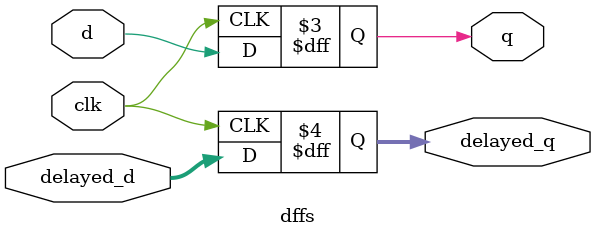
<source format=sv>

`timescale 1us/1us

module dffs (
  input  logic clk, 
  input  logic d,
  output logic q,

  input  logic [2:0] delayed_d,
  output logic [2:0] delayed_q
);

always @(posedge clk) begin
  q <= d;
  delayed_q <= delayed_d;
end
  
initial begin
  $dumpfile ("sim_results.fst");
  $dumpvars (0, dffs);
  #1;
end

endmodule

</source>
